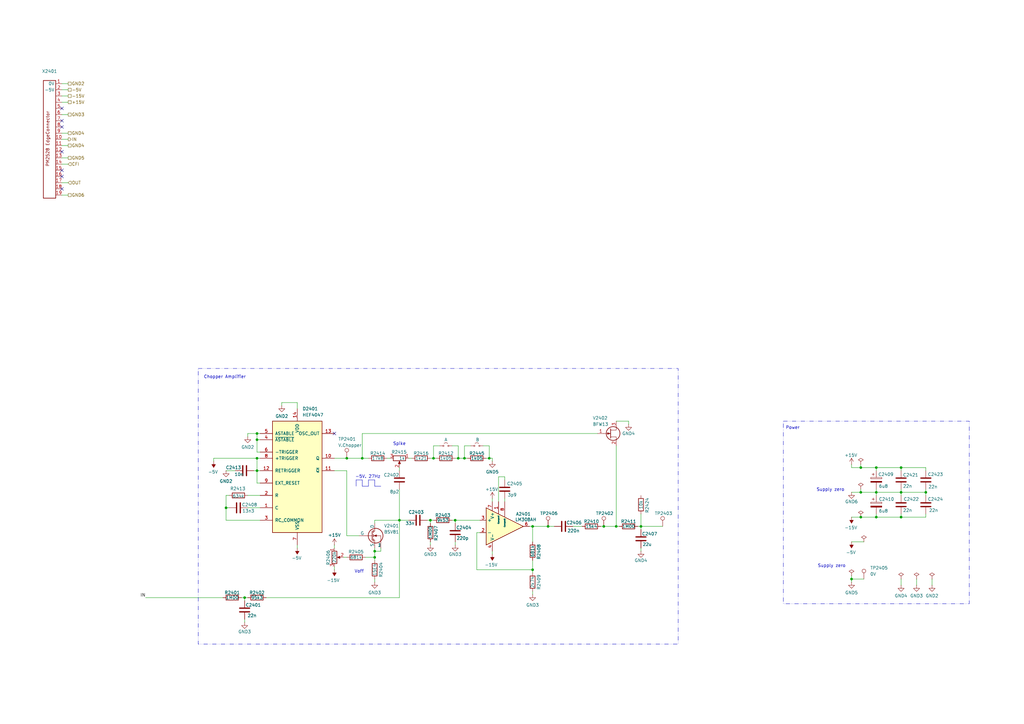
<source format=kicad_sch>
(kicad_sch (version 20250114) (generator "eeschema") (generator_version "9.0")
  (paper "A3")
  (title_block (title "Philips PM2528 - N24 (AC Amplifier)") (date "2025-08-06") (rev "0.1") (company "D. Kupers"))
  (lib_symbols
    (symbol "4xxx:4047" (pin_names (offset 1.016))
      (property "Reference" "U" (at -7.62 24.13 0))
      (property "Value" "4047" (at -7.62 -24.13 0))
      (symbol "4047_1_0"
        (pin input line (at -15.24 17.78 0) (length 5.08) (name "ASTABLE") (number "5"))
        (pin input line (at -15.24 15.24 0) (length 5.08) (name "~{ASTABLE}") (number "4"))
        (pin input line (at -15.24 10.16 0) (length 5.08) (name "-TRIGGER") (number "6"))
        (pin input line (at -15.24 7.62 0) (length 5.08) (name "+TRIGGER") (number "8"))
        (pin input line (at -15.24 2.54 0) (length 5.08) (name "RETRIGGER") (number "12"))
        (pin input line (at -15.24 -2.54 0) (length 5.08) (name "EXT_RESET") (number "9"))
        (pin input line (at -15.24 -7.62 0) (length 5.08) (name "R") (number "2"))
        (pin input line (at -15.24 -12.7 0) (length 5.08) (name "C") (number "1"))
        (pin input line (at -15.24 -17.78 0) (length 5.08) (name "RC_COMMON") (number "3"))
        (pin power_in line (at 0 27.94 270) (length 5.08) (name "VDD") (number "14"))
        (pin power_in line (at 0 -27.94 90) (length 5.08) (name "VSS") (number "7"))
        (pin output line (at 15.24 17.78 180) (length 5.08) (name "OSC_OUT") (number "13"))
        (pin output line (at 15.24 7.62 180) (length 5.08) (name "Q") (number "10"))
        (pin output line (at 15.24 2.54 180) (length 5.08) (name "~{Q}") (number "11"))
      )
      (symbol "4047_1_1"
        (rectangle (start -10.16 22.86) (end 10.16 -22.86) (stroke (width 0.254)) (fill (type background)))
      )
    )
    (symbol "Connector:TestPoint" (pin_numbers (hide yes)) (pin_names (offset 0.762) (hide yes))
      (property "Reference" "TP" (at 0 6.858 0))
      (property "Value" "TestPoint" (at 0 5.08 0))
      (symbol "TestPoint_0_1"
        (circle (center 0 3.302) (radius 0.762))
      )
      (symbol "TestPoint_1_1"
        (pin passive line (at 0 0 90) (length 2.54) (name "1") (number "1"))
      )
    )
    (symbol "Device:C" (pin_numbers (hide yes)) (pin_names (offset 0.254))
      (property "Reference" "C" (at 0.635 2.54 0))
      (property "Value" "C" (at 0.635 -2.54 0))
      (symbol "C_0_1"
        (polyline (pts (xy -2.032 0.762) (xy 2.032 0.762)) (stroke (width 0.508)))
        (polyline (pts (xy -2.032 -0.762) (xy 2.032 -0.762)) (stroke (width 0.508)))
      )
      (symbol "C_1_1"
        (pin passive line (at 0 3.81 270) (length 2.794) (name "~") (number "1"))
        (pin passive line (at 0 -3.81 90) (length 2.794) (name "~") (number "2"))
      )
    )
    (symbol "Device:C_Polarized" (pin_numbers (hide yes)) (pin_names (offset 0.254))
      (property "Reference" "C" (at 0.635 2.54 0))
      (property "Value" "C_Polarized" (at 0.635 -2.54 0))
      (symbol "C_Polarized_0_1"
        (rectangle (start -2.286 0.508) (end 2.286 1.016))
        (polyline (pts (xy -1.778 2.286) (xy -0.762 2.286)))
        (polyline (pts (xy -1.27 2.794) (xy -1.27 1.778)))
        (rectangle (start 2.286 -0.508) (end -2.286 -1.016) (fill (type outline)))
      )
      (symbol "C_Polarized_1_1"
        (pin passive line (at 0 3.81 270) (length 2.794) (name "~") (number "1"))
        (pin passive line (at 0 -3.81 90) (length 2.794) (name "~") (number "2"))
      )
    )
    (symbol "Device:R" (pin_numbers (hide yes)) (pin_names (offset 0))
      (property "Reference" "R" (at 2.032 0 90))
      (property "Value" "R" (at 0 0 90))
      (symbol "R_0_1"
        (rectangle (start -1.016 -2.54) (end 1.016 2.54) (stroke (width 0.254)))
      )
      (symbol "R_1_1"
        (pin passive line (at 0 3.81 270) (length 1.27) (name "~") (number "1"))
        (pin passive line (at 0 -3.81 90) (length 1.27) (name "~") (number "2"))
      )
    )
    (symbol "Device:R_Potentiometer" (pin_names (offset 1.016) (hide yes))
      (property "Reference" "RV" (at -4.445 0 90))
      (property "Value" "R_Potentiometer" (at -2.54 0 90))
      (symbol "R_Potentiometer_0_1"
        (rectangle (start 1.016 2.54) (end -1.016 -2.54) (stroke (width 0.254)))
        (polyline (pts (xy 1.143 0) (xy 2.286 0.508) (xy 2.286 -0.508) (xy 1.143 0)) (fill (type outline)))
        (polyline (pts (xy 2.54 0) (xy 1.524 0)))
      )
      (symbol "R_Potentiometer_1_1"
        (pin passive line (at 0 3.81 270) (length 1.27) (name "1") (number "1"))
        (pin passive line (at 0 -3.81 90) (length 1.27) (name "3") (number "3"))
        (pin passive line (at 3.81 0 180) (length 1.27) (name "2") (number "2"))
      )
    )
    (symbol "Jumper:Jumper_2_Small_Open" (pin_numbers (hide yes)) (pin_names (offset 0) (hide yes))
      (property "Reference" "JP" (at 0 2.794 0))
      (property "Value" "Jumper_2_Small_Open" (at 0 -2.286 0))
      (symbol "Jumper_2_Small_Open_0_0"
        (circle (center -1.016 0) (radius 0.254))
        (circle (center 1.016 0) (radius 0.254))
      )
      (symbol "Jumper_2_Small_Open_0_1"
        (arc (start -0.762 1.0196) (mid 0 1.2729) (end 0.762 1.0196))
      )
      (symbol "Jumper_2_Small_Open_1_1"
        (pin passive line (at -2.54 0 0) (length 1.27) (name "A") (number "1"))
        (pin passive line (at 2.54 0 180) (length 1.27) (name "B") (number "2"))
      )
    )
    (symbol "PM2528:OPAMP_COMPEN"
      (property "Reference" "U" (at 1.27 7.62 0))
      (property "Value" "OPAMP_COMPEN" (at 1.27 5.08 0))
      (symbol "OPAMP_COMPEN_0_1"
        (polyline (pts (xy -7.62 7.62) (xy 7.62 0) (xy -7.62 -7.62) (xy -7.62 7.62)) (stroke (width 0.254)) (fill (type background)))
      )
      (symbol "OPAMP_COMPEN_1_1"
        (pin input line (at -10.16 2.54 0) (length 2.54) (name "+") (number "3"))
        (pin input line (at -10.16 -2.54 0) (length 2.54) (name "-") (number "2"))
        (pin power_in line (at -5.08 10.16 270) (length 3.81) (name "V+") (number "7"))
        (pin power_in line (at -5.08 -10.16 90) (length 3.81) (name "V-") (number "4"))
        (pin input line (at -2.54 10.16 270) (length 5.08) (name "CompenA") (number "1"))
        (pin input line (at 0 10.16 270) (length 6.35) (name "CompenB") (number "8"))
        (pin output line (at 10.16 0 180) (length 2.54) (name "~") (number "6"))
      )
    )
    (symbol "PM2528:PCBEdge_Plugincard"
      (property "Reference" "K" (at -0.508 25.4 0))
      (symbol "PCBEdge_Plugincard_1_1"
        (rectangle (start -2.54 24.13) (end 2.54 -24.13) (stroke (width 0.254)))
        (text "PM2528 EdgeConnector" (at -0.762 0.254 900) (effects (font (size 1.27 1.27))))
        (pin passive line (at 5.08 22.86 180) (length 2.54) (name "0V") (number "1"))
        (pin passive line (at 5.08 20.32 180) (length 2.54) (name "-5V") (number "2"))
        (pin passive line (at 5.08 17.78 180) (length 2.54) (name "") (number "3"))
        (pin passive line (at 5.08 15.24 180) (length 2.54) (name "") (number "4"))
        (pin passive line (at 5.08 12.7 180) (length 2.54) (name "") (number "5"))
        (pin passive line (at 5.08 10.16 180) (length 2.54) (name "") (number "6"))
        (pin passive line (at 5.08 7.62 180) (length 2.54) (name "") (number "7"))
        (pin passive line (at 5.08 5.08 180) (length 2.54) (name "") (number "8"))
        (pin passive line (at 5.08 2.54 180) (length 2.54) (name "") (number "9"))
        (pin passive line (at 5.08 0 180) (length 2.54) (name "") (number "10"))
        (pin passive line (at 5.08 -2.54 180) (length 2.54) (name "") (number "11"))
        (pin passive line (at 5.08 -5.08 180) (length 2.54) (name "") (number "12"))
        (pin passive line (at 5.08 -7.62 180) (length 2.54) (name "") (number "13"))
        (pin passive line (at 5.08 -10.16 180) (length 2.54) (name "") (number "14"))
        (pin passive line (at 5.08 -12.7 180) (length 2.54) (name "") (number "15"))
        (pin passive line (at 5.08 -15.24 180) (length 2.54) (name "") (number "16"))
        (pin passive line (at 5.08 -17.78 180) (length 2.54) (name "") (number "17"))
        (pin passive line (at 5.08 -20.32 180) (length 2.54) (name "") (number "18"))
        (pin passive line (at 5.08 -22.86 180) (length 2.54) (name "") (number "19"))
      )
    )
    (symbol "Simulation_SPICE:NMOS_Substrate" (pin_numbers (hide yes)) (pin_names (offset 0))
      (property "Reference" "Q" (at 6.985 1.27 0))
      (property "Value" "NMOS_Substrate" (at 6.985 -1.27 0))
      (symbol "NMOS_Substrate_0_1"
        (polyline (pts (xy 1.524 1.905) (xy 1.524 -1.905)) (stroke (width 0.254)))
        (polyline (pts (xy 1.524 0) (xy -1.27 0)))
        (polyline (pts (xy 2.032 2.286) (xy 2.032 1.27)) (stroke (width 0.254)))
        (polyline (pts (xy 2.032 1.778) (xy 2.54 1.778) (xy 2.54 2.54)))
        (polyline (pts (xy 2.032 0.508) (xy 2.032 -0.508)) (stroke (width 0.254)))
        (polyline (pts (xy 2.032 -1.27) (xy 2.032 -2.286)) (stroke (width 0.254)))
        (polyline (pts (xy 2.286 0) (xy 3.302 0.381) (xy 3.302 -0.381) (xy 2.286 0)) (fill (type outline)))
        (polyline (pts (xy 2.54 -2.54) (xy 2.54 -1.778) (xy 2.032 -1.778)))
        (circle (center 2.921 0) (radius 3.0294) (stroke (width 0.254)))
        (polyline (pts (xy 5.08 -2.54) (xy 5.08 0) (xy 2.032 0)))
      )
      (symbol "NMOS_Substrate_1_1"
        (pin input line (at -3.81 0 0) (length 2.54) (name "G") (number "2"))
        (pin passive line (at 2.54 5.08 270) (length 2.54) (name "D") (number "1"))
        (pin passive line (at 2.54 -5.08 90) (length 2.54) (name "S") (number "3"))
        (pin input line (at 5.08 -5.08 90) (length 2.54) (name "Bulk") (number "4"))
      )
    )
    (symbol "Transistor_FET:BF245C" (pin_names (hide yes))
      (property "Reference" "Q" (at 5.08 1.905 0))
      (property "Value" "BF245C" (at 5.08 0 0))
      (symbol "BF245C_0_1"
        (polyline (pts (xy 0 0) (xy -1.016 0.381) (xy -1.016 -0.381) (xy 0 0)) (fill (type outline)))
        (polyline (pts (xy 0.254 1.905) (xy 0.254 -1.905)) (stroke (width 0.254)))
        (polyline (pts (xy 0.254 0) (xy -2.54 0)))
        (circle (center 1.27 0) (radius 2.8194) (stroke (width 0.254)))
        (polyline (pts (xy 2.54 2.54) (xy 2.54 1.397) (xy 0.254 1.397)))
        (polyline (pts (xy 2.54 -2.54) (xy 2.54 -1.397) (xy 0.254 -1.397)))
      )
      (symbol "BF245C_1_1"
        (pin input line (at -5.08 0 0) (length 2.54) (name "G") (number "1"))
        (pin passive line (at 2.54 5.08 270) (length 2.54) (name "D") (number "3"))
        (pin passive line (at 2.54 -5.08 90) (length 2.54) (name "S") (number "2"))
      )
    )
    (symbol "power:+15V" (power) (pin_numbers (hide yes)) (pin_names (offset 0) (hide yes))
      (property "Value" "+15V" (at 0 3.556 0))
      (symbol "+15V_0_1"
        (polyline (pts (xy -0.762 1.27) (xy 0 2.54)))
        (polyline (pts (xy 0 2.54) (xy 0.762 1.27)))
        (polyline (pts (xy 0 0) (xy 0 2.54)))
      )
      (symbol "+15V_1_1"
        (pin power_in line (at 0 0 90) (length 0) (name "~") (number "1"))
      )
    )
    (symbol "power:-15V" (power) (pin_numbers (hide yes)) (pin_names (offset 0) (hide yes))
      (property "Value" "-15V" (at 0 3.556 0))
      (symbol "-15V_0_0"
        (pin power_in line (at 0 0 90) (length 0) (name "~") (number "1"))
      )
      (symbol "-15V_0_1"
        (polyline (pts (xy 0 0) (xy 0 1.27) (xy 0.762 1.27) (xy 0 2.54) (xy -0.762 1.27) (xy 0 1.27)) (fill (type outline)))
      )
    )
    (symbol "power:-5V" (power) (pin_numbers (hide yes)) (pin_names (offset 0) (hide yes))
      (property "Value" "-5V" (at 0 3.556 0))
      (symbol "-5V_0_0"
        (pin power_in line (at 0 0 90) (length 0) (name "~") (number "1"))
      )
      (symbol "-5V_0_1"
        (polyline (pts (xy 0 0) (xy 0 1.27) (xy 0.762 1.27) (xy 0 2.54) (xy -0.762 1.27) (xy 0 1.27)) (fill (type outline)))
      )
    )
    (symbol "power:GND" (power) (pin_numbers (hide yes)) (pin_names (offset 0) (hide yes))
      (property "Value" "GND" (at 0 -3.81 0))
      (symbol "GND_0_1"
        (polyline (pts (xy 0 0) (xy 0 -1.27) (xy 1.27 -1.27) (xy 0 -2.54) (xy -1.27 -1.27) (xy 0 -1.27)))
      )
      (symbol "GND_1_1"
        (pin power_in line (at 0 0 270) (length 0) (name "~") (number "1"))
      )
    )
    (symbol "power:GND2" (power) (pin_numbers (hide yes)) (pin_names (offset 0) (hide yes))
      (property "Value" "GND2" (at 0 -3.81 0))
      (symbol "GND2_0_1"
        (polyline (pts (xy 0 0) (xy 0 -1.27) (xy 1.27 -1.27) (xy 0 -2.54) (xy -1.27 -1.27) (xy 0 -1.27)))
      )
      (symbol "GND2_1_1"
        (pin power_in line (at 0 0 270) (length 0) (name "~") (number "1"))
      )
    )
    (symbol "power:GND3" (power) (pin_numbers (hide yes)) (pin_names (offset 0) (hide yes))
      (property "Value" "GND3" (at 0 -3.81 0))
      (symbol "GND3_0_1"
        (polyline (pts (xy 0 0) (xy 0 -1.27) (xy 1.27 -1.27) (xy 0 -2.54) (xy -1.27 -1.27) (xy 0 -1.27)))
      )
      (symbol "GND3_1_1"
        (pin power_in line (at 0 0 270) (length 0) (name "~") (number "1"))
      )
    )
    (symbol "power:PWR_FLAG" (power) (pin_numbers (hide yes)) (pin_names (offset 0) (hide yes))
      (property "Value" "PWR_FLAG" (at 0 3.81 0))
      (symbol "PWR_FLAG_0_0"
        (pin power_out line (at 0 0 90) (length 0) (name "~") (number "1"))
      )
      (symbol "PWR_FLAG_0_1"
        (polyline (pts (xy 0 0) (xy 0 1.27) (xy -1.016 1.905) (xy 0 2.54) (xy 1.016 1.905) (xy 0 1.27)))
      )
    )
  )
  (rectangle (start 81.28 151.13) (end 278.13 264.16) (stroke (width 0) (type dash_dot_dot)))
  (rectangle (start 321.31 172.72) (end 397.51 247.65) (stroke (width 0) (type dash_dot_dot)))
  (text "Power" (at 325.12 175.514 0) (effects (font (size 1.27 1.27))))
  (text "-5V. 27Hz" (at 150.876 195.58 0) (effects (font (size 1.27 1.27))))
  (text "Voff" (at 147.32 234.442 0) (effects (font (size 1.27 1.27))))
  (text "Supply zero" (at 341.122 232.156 0) (effects (font (size 1.27 1.27))))
  (text "Spike" (at 163.83 182.118 0) (effects (font (size 1.27 1.27))))
  (text "Chopper Amplifier" (at 92.202 154.686 0) (effects (font (size 1.27 1.27))))
  (text "Supply zero" (at 340.614 200.914 0) (effects (font (size 1.27 1.27))))
  (junction (at 252.73 215.9))
  (junction (at 359.41 212.09))
  (junction (at 359.41 191.77))
  (junction (at 353.06 191.77))
  (junction (at 105.41 177.8))
  (junction (at 177.8 187.96))
  (junction (at 100.33 245.11))
  (junction (at 176.53 213.36))
  (junction (at 359.41 201.93))
  (junction (at 105.41 180.34))
  (junction (at 218.44 215.9))
  (junction (at 190.5 187.96))
  (junction (at 369.57 191.77))
  (junction (at 105.41 193.04))
  (junction (at 105.41 187.96))
  (junction (at 186.69 213.36))
  (junction (at 353.06 201.93))
  (junction (at 369.57 201.93))
  (junction (at 218.44 233.68))
  (junction (at 369.57 212.09))
  (junction (at 163.83 213.36))
  (junction (at 187.96 187.96))
  (junction (at 262.89 215.9))
  (junction (at 92.71 208.28))
  (junction (at 200.66 187.96))
  (junction (at 142.24 187.96))
  (junction (at 349.25 237.49))
  (junction (at 353.06 212.09))
  (junction (at 153.67 226.06))
  (junction (at 224.79 215.9))
  (junction (at 148.59 187.96))
  (junction (at 247.65 215.9))
  (junction (at 153.67 228.6))
  (junction (at 379.73 201.93))
  (no_connect (at 25.4 77.47))
  (no_connect (at 137.16 177.8))
  (no_connect (at 25.4 62.23))
  (no_connect (at 25.4 69.85))
  (no_connect (at 25.4 49.53))
  (no_connect (at 25.4 72.39))
  (no_connect (at 25.4 52.07))
  (no_connect (at 25.4 44.45))
  (wire (pts (xy 247.65 215.9) (xy 252.73 215.9)))
  (wire (pts (xy 153.67 228.6) (xy 153.67 229.87)))
  (wire (pts (xy 359.41 191.77) (xy 369.57 191.77)))
  (wire (pts (xy 204.47 205.74) (xy 204.47 195.58)))
  (wire (pts (xy 180.34 182.88) (xy 177.8 182.88)))
  (wire (pts (xy 207.01 204.47) (xy 207.01 205.74)))
  (wire (pts (xy 201.93 187.96) (xy 200.66 187.96)))
  (wire (pts (xy 87.63 187.96) (xy 87.63 189.23)))
  (wire (pts (xy 105.41 185.42) (xy 106.68 185.42)))
  (wire (pts (xy 193.04 182.88) (xy 190.5 182.88)))
  (wire (pts (xy 185.42 182.88) (xy 187.96 182.88)))
  (wire (pts (xy 262.89 210.82) (xy 262.89 215.9)))
  (wire (pts (xy 25.4 41.91) (xy 27.94 41.91)))
  (wire (pts (xy 163.83 213.36) (xy 167.64 213.36)))
  (wire (pts (xy 176.53 213.36) (xy 176.53 214.63)))
  (wire (pts (xy 153.67 237.49) (xy 153.67 238.76)))
  (wire (pts (xy 369.57 191.77) (xy 369.57 193.04)))
  (wire (pts (xy 200.66 187.96) (xy 199.39 187.96)))
  (wire (pts (xy 115.57 165.1) (xy 121.92 165.1)))
  (wire (pts (xy 153.67 214.63) (xy 153.67 213.36)))
  (wire (pts (xy 218.44 215.9) (xy 224.79 215.9)))
  (wire (pts (xy 25.4 36.83) (xy 27.94 36.83)))
  (wire (pts (xy 92.71 208.28) (xy 92.71 203.2)))
  (wire (pts (xy 201.93 226.06) (xy 201.93 227.33)))
  (wire (pts (xy 195.58 218.44) (xy 195.58 233.68)))
  (wire (pts (xy 101.6 177.8) (xy 101.6 179.07)))
  (wire (pts (xy 186.69 213.36) (xy 186.69 214.63)))
  (wire (pts (xy 252.73 215.9) (xy 254 215.9)))
  (wire (pts (xy 167.64 187.96) (xy 168.91 187.96)))
  (wire (pts (xy 105.41 198.12) (xy 105.41 193.04)))
  (wire (pts (xy 359.41 201.93) (xy 369.57 201.93)))
  (wire (pts (xy 379.73 212.09) (xy 369.57 212.09)))
  (wire (pts (xy 246.38 215.9) (xy 247.65 215.9)))
  (wire (pts (xy 379.73 201.93) (xy 379.73 203.2)))
  (wire (pts (xy 369.57 212.09) (xy 359.41 212.09)))
  (polyline (pts (xy 151.13 196.85) (xy 153.67 196.85)))
  (wire (pts (xy 91.44 245.11) (xy 59.69 245.11)))
  (wire (pts (xy 121.92 223.52) (xy 121.92 224.79)))
  (wire (pts (xy 104.14 193.04) (xy 105.41 193.04)))
  (wire (pts (xy 176.53 187.96) (xy 177.8 187.96)))
  (wire (pts (xy 140.97 228.6) (xy 142.24 228.6)))
  (wire (pts (xy 156.21 226.06) (xy 153.67 226.06)))
  (wire (pts (xy 252.73 182.88) (xy 252.73 215.9)))
  (wire (pts (xy 100.33 254) (xy 100.33 255.27)))
  (wire (pts (xy 349.25 212.09) (xy 353.06 212.09)))
  (wire (pts (xy 359.41 200.66) (xy 359.41 201.93)))
  (wire (pts (xy 105.41 177.8) (xy 101.6 177.8)))
  (wire (pts (xy 92.71 193.04) (xy 96.52 193.04)))
  (wire (pts (xy 92.71 203.2) (xy 93.98 203.2)))
  (polyline (pts (xy 153.67 199.39) (xy 156.21 199.39)))
  (wire (pts (xy 204.47 195.58) (xy 207.01 195.58)))
  (wire (pts (xy 105.41 177.8) (xy 105.41 180.34)))
  (wire (pts (xy 359.41 201.93) (xy 359.41 203.2)))
  (wire (pts (xy 176.53 222.25) (xy 176.53 223.52)))
  (wire (pts (xy 224.79 215.9) (xy 227.33 215.9)))
  (wire (pts (xy 382.27 237.49) (xy 382.27 240.03)))
  (wire (pts (xy 93.98 208.28) (xy 92.71 208.28)))
  (wire (pts (xy 105.41 180.34) (xy 105.41 185.42)))
  (wire (pts (xy 190.5 182.88) (xy 190.5 187.96)))
  (wire (pts (xy 99.06 245.11) (xy 100.33 245.11)))
  (wire (pts (xy 153.67 226.06) (xy 153.67 228.6)))
  (wire (pts (xy 142.24 219.71) (xy 147.32 219.71)))
  (wire (pts (xy 353.06 212.09) (xy 359.41 212.09)))
  (wire (pts (xy 25.4 46.99) (xy 27.94 46.99)))
  (wire (pts (xy 25.4 80.01) (xy 27.94 80.01)))
  (wire (pts (xy 101.6 208.28) (xy 106.68 208.28)))
  (wire (pts (xy 105.41 187.96) (xy 87.63 187.96)))
  (wire (pts (xy 353.06 201.93) (xy 359.41 201.93)))
  (wire (pts (xy 176.53 213.36) (xy 177.8 213.36)))
  (wire (pts (xy 379.73 191.77) (xy 379.73 193.04)))
  (wire (pts (xy 163.83 191.77) (xy 163.83 193.04)))
  (wire (pts (xy 137.16 232.41) (xy 137.16 233.68)))
  (wire (pts (xy 158.75 187.96) (xy 160.02 187.96)))
  (wire (pts (xy 109.22 245.11) (xy 163.83 245.11)))
  (wire (pts (xy 142.24 193.04) (xy 137.16 193.04)))
  (wire (pts (xy 353.06 191.77) (xy 359.41 191.77)))
  (wire (pts (xy 105.41 180.34) (xy 106.68 180.34)))
  (wire (pts (xy 177.8 182.88) (xy 177.8 187.96)))
  (wire (pts (xy 186.69 187.96) (xy 187.96 187.96)))
  (wire (pts (xy 201.93 204.47) (xy 201.93 205.74)))
  (wire (pts (xy 100.33 245.11) (xy 100.33 246.38)))
  (wire (pts (xy 25.4 34.29) (xy 27.94 34.29)))
  (wire (pts (xy 25.4 64.77) (xy 27.94 64.77)))
  (wire (pts (xy 379.73 210.82) (xy 379.73 212.09)))
  (wire (pts (xy 100.33 245.11) (xy 101.6 245.11)))
  (wire (pts (xy 190.5 187.96) (xy 191.77 187.96)))
  (wire (pts (xy 262.89 215.9) (xy 262.89 217.17)))
  (wire (pts (xy 186.69 222.25) (xy 186.69 223.52)))
  (wire (pts (xy 106.68 213.36) (xy 92.71 213.36)))
  (wire (pts (xy 353.06 200.66) (xy 353.06 201.93)))
  (wire (pts (xy 186.69 213.36) (xy 196.85 213.36)))
  (wire (pts (xy 349.25 237.49) (xy 349.25 238.76)))
  (polyline (pts (xy 151.13 199.39) (xy 151.13 196.85)))
  (wire (pts (xy 379.73 200.66) (xy 379.73 201.93)))
  (wire (pts (xy 25.4 39.37) (xy 27.94 39.37)))
  (wire (pts (xy 142.24 193.04) (xy 142.24 219.71)))
  (wire (pts (xy 163.83 200.66) (xy 163.83 213.36)))
  (wire (pts (xy 148.59 177.8) (xy 148.59 187.96)))
  (wire (pts (xy 105.41 193.04) (xy 105.41 187.96)))
  (wire (pts (xy 369.57 201.93) (xy 379.73 201.93)))
  (wire (pts (xy 252.73 172.72) (xy 257.81 172.72)))
  (wire (pts (xy 105.41 187.96) (xy 106.68 187.96)))
  (wire (pts (xy 177.8 187.96) (xy 179.07 187.96)))
  (wire (pts (xy 25.4 74.93) (xy 27.94 74.93)))
  (polyline (pts (xy 153.67 196.85) (xy 153.67 199.39)))
  (wire (pts (xy 359.41 191.77) (xy 359.41 193.04)))
  (wire (pts (xy 106.68 177.8) (xy 105.41 177.8)))
  (wire (pts (xy 187.96 182.88) (xy 187.96 187.96)))
  (wire (pts (xy 218.44 242.57) (xy 218.44 243.84)))
  (wire (pts (xy 106.68 198.12) (xy 105.41 198.12)))
  (wire (pts (xy 349.25 201.93) (xy 353.06 201.93)))
  (wire (pts (xy 148.59 187.96) (xy 151.13 187.96)))
  (wire (pts (xy 262.89 224.79) (xy 262.89 226.06)))
  (wire (pts (xy 261.62 215.9) (xy 262.89 215.9)))
  (wire (pts (xy 137.16 223.52) (xy 137.16 224.79)))
  (wire (pts (xy 369.57 210.82) (xy 369.57 212.09)))
  (wire (pts (xy 101.6 203.2) (xy 106.68 203.2)))
  (wire (pts (xy 25.4 59.69) (xy 27.94 59.69)))
  (wire (pts (xy 200.66 182.88) (xy 200.66 187.96)))
  (wire (pts (xy 106.68 193.04) (xy 105.41 193.04)))
  (wire (pts (xy 201.93 189.23) (xy 201.93 187.96)))
  (wire (pts (xy 25.4 57.15) (xy 27.94 57.15)))
  (wire (pts (xy 207.01 195.58) (xy 207.01 196.85)))
  (wire (pts (xy 121.92 165.1) (xy 121.92 167.64)))
  (wire (pts (xy 353.06 190.5) (xy 353.06 191.77)))
  (wire (pts (xy 218.44 229.87) (xy 218.44 233.68)))
  (wire (pts (xy 25.4 54.61) (xy 27.94 54.61)))
  (wire (pts (xy 369.57 200.66) (xy 369.57 201.93)))
  (wire (pts (xy 25.4 67.31) (xy 27.94 67.31)))
  (wire (pts (xy 218.44 233.68) (xy 218.44 234.95)))
  (wire (pts (xy 349.25 191.77) (xy 353.06 191.77)))
  (wire (pts (xy 349.25 190.5) (xy 349.25 191.77)))
  (wire (pts (xy 359.41 210.82) (xy 359.41 212.09)))
  (polyline (pts (xy 148.59 196.85) (xy 148.59 199.39)))
  (wire (pts (xy 187.96 187.96) (xy 190.5 187.96)))
  (wire (pts (xy 369.57 191.77) (xy 379.73 191.77)))
  (wire (pts (xy 92.71 208.28) (xy 92.71 213.36)))
  (wire (pts (xy 349.25 222.25) (xy 354.33 222.25)))
  (wire (pts (xy 185.42 213.36) (xy 186.69 213.36)))
  (wire (pts (xy 198.12 182.88) (xy 200.66 182.88)))
  (wire (pts (xy 149.86 228.6) (xy 153.67 228.6)))
  (wire (pts (xy 217.17 215.9) (xy 218.44 215.9)))
  (wire (pts (xy 153.67 224.79) (xy 153.67 226.06)))
  (wire (pts (xy 115.57 166.37) (xy 115.57 165.1)))
  (wire (pts (xy 196.85 218.44) (xy 195.58 218.44)))
  (wire (pts (xy 175.26 213.36) (xy 176.53 213.36)))
  (wire (pts (xy 369.57 201.93) (xy 369.57 203.2)))
  (wire (pts (xy 369.57 237.49) (xy 369.57 240.03)))
  (wire (pts (xy 271.78 215.9) (xy 262.89 215.9)))
  (polyline (pts (xy 148.59 199.39) (xy 151.13 199.39)))
  (wire (pts (xy 218.44 215.9) (xy 218.44 222.25)))
  (wire (pts (xy 156.21 224.79) (xy 156.21 226.06)))
  (wire (pts (xy 137.16 187.96) (xy 142.24 187.96)))
  (wire (pts (xy 163.83 245.11) (xy 163.83 213.36)))
  (polyline (pts (xy 146.05 196.85) (xy 148.59 196.85)))
  (wire (pts (xy 349.25 236.22) (xy 349.25 237.49)))
  (wire (pts (xy 245.11 177.8) (xy 148.59 177.8)))
  (wire (pts (xy 153.67 213.36) (xy 163.83 213.36)))
  (wire (pts (xy 195.58 233.68) (xy 218.44 233.68)))
  (wire (pts (xy 142.24 187.96) (xy 148.59 187.96)))
  (wire (pts (xy 234.95 215.9) (xy 238.76 215.9)))
  (wire (pts (xy 375.92 237.49) (xy 375.92 240.03)))
  (polyline (pts (xy 146.05 199.39) (xy 146.05 196.85)))
  (wire (pts (xy 349.25 237.49) (xy 354.33 237.49)))
  (wire (pts (xy 257.81 172.72) (xy 257.81 173.99)))
  (label "IN" (at 59.69 245.11 180))
  (hierarchical_label "-15V" (shape passive) (at 27.94 39.37 0))
  (hierarchical_label "-5V" (shape passive) (at 27.94 36.83 0))
  (hierarchical_label "GND2" (shape passive) (at 27.94 34.29 0))
  (hierarchical_label "GND4" (shape passive) (at 27.94 54.61 0))
  (hierarchical_label "GND3" (shape passive) (at 27.94 46.99 0))
  (hierarchical_label "IN" (shape output) (at 27.94 57.15 0))
  (hierarchical_label "GND6" (shape passive) (at 27.94 80.01 0))
  (hierarchical_label "GND5" (shape passive) (at 27.94 64.77 0))
  (hierarchical_label "OUT" (shape input) (at 27.94 74.93 0))
  (hierarchical_label "GND4" (shape passive) (at 27.94 59.69 0))
  (hierarchical_label "+15V" (shape passive) (at 27.94 41.91 0))
  (hierarchical_label "CFI" (shape input) (at 27.94 67.31 0))
  (symbol (lib_id "power:GND2") (at 153.67 238.76 0) (unit 1)
    (property "Reference" "#PWR013" (effects (hide yes)))
    (property "Value" "GND3" (at 153.67 243.078 0))
    (property "Description" "Power symbol creates a global label with name \"GND2\" , ground" (effects (hide yes)))
  )
  (symbol (lib_id "power:PWR_FLAG") (at 353.06 212.09 0) (unit 1)
    (property "Reference" "#FLG03" (effects (hide yes)))
    (property "Value" "PWR_FLAG" (effects (hide yes)))
    (property "Description" "Special symbol for telling ERC where power comes from" (effects (hide yes)))
  )
  (symbol (lib_id "power:-5V") (at 349.25 222.25 180) (unit 1)
    (property "Reference" "#PWR03" (effects (hide yes)))
    (property "Value" "-5V" (at 348.996 226.568 0))
    (property "Description" "Power symbol creates a global label with name \"-5V\"" (effects (hide yes)))
  )
  (symbol (lib_id "Device:C") (at 262.89 220.98 0) (unit 1)
    (property "Reference" "C2407" (at 266.446 218.948 0))
    (property "Value" "22u" (at 265.43 223.266 0))
    (property "Description" "Unpolarized capacitor" (effects (hide yes)))
  )
  (symbol (lib_id "power:GND") (at 349.25 238.76 0) (unit 1)
    (property "Reference" "#PWR05" (effects (hide yes)))
    (property "Value" "GND5" (at 349.25 243.078 0))
    (property "Description" "Power symbol creates a global label with name \"GND\" , ground" (effects (hide yes)))
  )
  (symbol (lib_id "PM2528:PCBEdge_Plugincard") (at 20.32 57.15 0) (unit 1)
    (property "Reference" "X2401" (at 20.32 29.21 0))
    (property "Footprint" "PM2528:PM2528_RiserCardConnector" (effects (hide yes)))
  )
  (symbol (lib_id "Device:R") (at 172.72 187.96 90) (unit 1)
    (property "Reference" "R2416" (at 172.72 185.928 90))
    (property "Value" "1k21" (at 172.72 187.96 90))
    (property "Description" "Resistor" (effects (hide yes)))
  )
  (symbol (lib_id "Device:R") (at 176.53 218.44 180) (unit 1)
    (property "Reference" "R2407" (at 178.816 218.694 90))
    (property "Value" "1M00" (at 176.53 218.44 90))
    (property "Description" "Resistor" (effects (hide yes)))
  )
  (symbol (lib_id "Connector:TestPoint") (at 271.78 215.9 0) (unit 1)
    (property "Reference" "TP2403" (at 268.478 210.566 0) (effects (justify left)))
    (property "Footprint" "Connector_Pin:Pin_D0.9mm_L10.0mm_W2.4mm_FlatFork" (effects (hide yes)))
    (property "Description" "test point" (effects (hide yes)))
  )
  (symbol (lib_id "power:GND") (at 382.27 240.03 0) (unit 1)
    (property "Reference" "#PWR017" (effects (hide yes)))
    (property "Value" "GND2" (at 382.27 244.348 0))
    (property "Description" "Power symbol creates a global label with name \"GND\" , ground" (effects (hide yes)))
  )
  (symbol (lib_id "Connector:TestPoint") (at 224.79 215.9 0) (unit 1)
    (property "Reference" "TP2406" (at 221.488 210.566 0) (effects (justify left)))
    (property "Value" "AC_RMS?" (effects (hide yes)))
    (property "Footprint" "Connector_Pin:Pin_D0.9mm_L10.0mm_W2.4mm_FlatFork" (effects (hide yes)))
    (property "Description" "test point" (effects (hide yes)))
  )
  (symbol (lib_id "Device:C") (at 379.73 196.85 0) (unit 1)
    (property "Reference" "C2423" (at 380.492 194.564 0) (effects (justify left)))
    (property "Value" "22n" (at 380.746 199.644 0) (effects (justify left)))
    (property "Description" "Unpolarized capacitor" (effects (hide yes)))
  )
  (symbol (lib_id "power:PWR_FLAG") (at 353.06 190.5 0) (unit 1)
    (property "Reference" "#FLG01" (effects (hide yes)))
    (property "Value" "PWR_FLAG" (effects (hide yes)))
    (property "Description" "Special symbol for telling ERC where power comes from" (effects (hide yes)))
  )
  (symbol (lib_id "Device:R") (at 195.58 187.96 90) (unit 1)
    (property "Reference" "R2445" (at 195.58 185.928 90))
    (property "Value" "1k05" (at 195.58 187.96 90))
    (property "Description" "Resistor" (effects (hide yes)))
  )
  (symbol (lib_id "power:-15V") (at 137.16 233.68 180) (unit 1)
    (property "Reference" "#PWR012" (effects (hide yes)))
    (property "Value" "-15V" (at 136.652 237.998 0))
    (property "Description" "Power symbol creates a global label with name \"-15V\"" (effects (hide yes)))
  )
  (symbol (lib_id "Device:R") (at 242.57 215.9 90) (unit 1)
    (property "Reference" "R2410" (at 242.57 213.868 90))
    (property "Value" "15k4" (at 242.57 215.9 90))
    (property "Description" "Resistor" (effects (hide yes)))
  )
  (symbol (lib_id "Device:R_Potentiometer") (at 137.16 228.6 0) (unit 1)
    (property "Reference" "R2406" (at 134.62 225.552 90) (effects (justify right)))
    (property "Value" "220k" (at 137.16 226.06 90) (effects (justify right)))
    (property "Footprint" "PM2528:Trimmer vertical" (effects (hide yes)))
    (property "Description" "Potentiometer" (effects (hide yes)))
  )
  (symbol (lib_id "power:-5V") (at 87.63 189.23 180) (unit 1)
    (property "Reference" "#PWR09" (effects (hide yes)))
    (property "Value" "-5V" (at 87.376 193.548 0))
    (property "Description" "Power symbol creates a global label with name \"-5V\"" (effects (hide yes)))
  )
  (symbol (lib_id "Simulation_SPICE:NMOS_Substrate") (at 151.13 219.71 0) (unit 1)
    (property "Reference" "V2401" (at 157.48 215.646 0) (effects (justify left)))
    (property "Value" "BSV81" (at 157.48 218.186 0) (effects (justify left)))
    (property "Footprint" "Package_TO_SOT_THT:TO-72-4" (effects (hide yes)))
    (property "Datasheet" "https://ngspice.sourceforge.io/docs/ngspice-html-manual/manual.xhtml#cha_MOSFETs" (effects (hide yes)))
    (property "Description" "N-channel MOSFET symbol with substrate (bulk) pin" (effects (hide yes)))
    (property "Sim.Device" "NMOS" (effects (hide yes)))
    (property "Sim.Type" "MOS1" (effects (hide yes)))
    (property "Sim.Pins" "1=D 2=G 3=S 4=B" (effects (hide yes)))
  )
  (symbol (lib_id "Device:R") (at 257.81 215.9 90) (unit 1)
    (property "Reference" "R2411" (at 257.81 213.868 90))
    (property "Value" "1M00" (at 257.81 215.9 90))
    (property "Description" "Resistor" (effects (hide yes)))
  )
  (symbol (lib_id "power:GND") (at 375.92 240.03 0) (unit 1)
    (property "Reference" "#PWR07" (effects (hide yes)))
    (property "Value" "GND3" (at 375.92 244.348 0))
    (property "Description" "Power symbol creates a global label with name \"GND\" , ground" (effects (hide yes)))
  )
  (symbol (lib_id "power:GND2") (at 186.69 223.52 0) (unit 1)
    (property "Reference" "#PWR021" (effects (hide yes)))
    (property "Value" "GND3" (at 186.69 227.33 0))
    (property "Description" "Power symbol creates a global label with name \"GND2\" , ground" (effects (hide yes)))
  )
  (symbol (lib_id "power:+15V") (at 349.25 190.5 0) (unit 1)
    (property "Reference" "#PWR01" (effects (hide yes)))
    (property "Value" "+15V" (at 348.996 186.69 0))
    (property "Description" "Power symbol creates a global label with name \"+15V\"" (effects (hide yes)))
  )
  (symbol (lib_id "Device:R") (at 105.41 245.11 90) (unit 1)
    (property "Reference" "R2402" (at 105.41 243.078 90))
    (property "Value" "95k3" (at 105.41 245.11 90))
    (property "Description" "Resistor" (effects (hide yes)))
  )
  (symbol (lib_id "power:GND2") (at 257.81 173.99 0) (unit 1)
    (property "Reference" "#PWR018" (effects (hide yes)))
    (property "Value" "GND4" (at 257.81 177.8 0))
    (property "Description" "Power symbol creates a global label with name \"GND2\" , ground" (effects (hide yes)))
  )
  (symbol (lib_id "power:GND2") (at 100.33 255.27 0) (unit 1)
    (property "Reference" "#PWR025" (effects (hide yes)))
    (property "Value" "GND3" (at 100.33 259.08 0))
    (property "Description" "Power symbol creates a global label with name \"GND2\" , ground" (effects (hide yes)))
  )
  (symbol (lib_id "power:PWR_FLAG") (at 375.92 237.49 0) (unit 1)
    (property "Reference" "#FLG07" (effects (hide yes)))
    (property "Value" "PWR_FLAG" (effects (hide yes)))
    (property "Description" "Special symbol for telling ERC where power comes from" (effects (hide yes)))
  )
  (symbol (lib_id "Device:C") (at 97.79 208.28 270) (unit 1)
    (property "Reference" "C2408" (at 102.362 207.01 90))
    (property "Value" "13n3" (at 101.854 209.55 90))
    (property "Description" "Unpolarized capacitor" (effects (hide yes)))
  )
  (symbol (lib_id "power:GND") (at 369.57 240.03 0) (unit 1)
    (property "Reference" "#PWR06" (effects (hide yes)))
    (property "Value" "GND4" (at 369.57 244.348 0))
    (property "Description" "Power symbol creates a global label with name \"GND\" , ground" (effects (hide yes)))
  )
  (symbol (lib_id "power:GND3") (at 349.25 201.93 0) (unit 1)
    (property "Reference" "#PWR04" (effects (hide yes)))
    (property "Value" "GND6" (at 349.25 205.74 0))
    (property "Description" "Power symbol creates a global label with name \"GND3\" , ground" (effects (hide yes)))
  )
  (symbol (lib_id "power:PWR_FLAG") (at 354.33 222.25 0) (unit 1)
    (property "Reference" "#FLG04" (effects (hide yes)))
    (property "Value" "PWR_FLAG" (effects (hide yes)))
    (property "Description" "Special symbol for telling ERC where power comes from" (effects (hide yes)))
  )
  (symbol (lib_id "Jumper:Jumper_2_Small_Open") (at 195.58 182.88 0) (unit 1)
    (property "Reference" "JP2402" (effects (hide yes)))
    (property "Value" "B" (at 195.834 180.34 0))
    (property "Footprint" "TestPoint:TestPoint_Bridge_Pitch5.08mm_Drill0.7mm" (effects (hide yes)))
    (property "Description" "Jumper, 2-pole, small symbol, open" (effects (hide yes)))
  )
  (symbol (lib_id "Device:R") (at 218.44 226.06 180) (unit 1)
    (property "Reference" "R2408" (at 220.98 226.314 90))
    (property "Value" "681k" (at 218.44 226.06 90))
    (property "Description" "Resistor" (effects (hide yes)))
  )
  (symbol (lib_id "power:GND2") (at 115.57 166.37 0) (unit 1)
    (property "Reference" "#PWR016" (effects (hide yes)))
    (property "Value" "GND2" (at 115.57 170.688 0))
    (property "Description" "Power symbol creates a global label with name \"GND2\" , ground" (effects (hide yes)))
  )
  (symbol (lib_id "power:PWR_FLAG") (at 382.27 237.49 0) (unit 1)
    (property "Reference" "#FLG08" (effects (hide yes)))
    (property "Value" "PWR_FLAG" (effects (hide yes)))
    (property "Description" "Special symbol for telling ERC where power comes from" (effects (hide yes)))
  )
  (symbol (lib_id "Device:R") (at 181.61 213.36 90) (unit 1)
    (property "Reference" "R2403" (at 181.61 211.328 90))
    (property "Value" "9k53" (at 181.61 213.36 90))
    (property "Description" "Resistor" (effects (hide yes)))
  )
  (symbol (lib_id "Device:C_Polarized") (at 359.41 207.01 0) (unit 1)
    (property "Reference" "C2410" (at 360.426 204.724 0) (effects (justify left)))
    (property "Value" "6u8" (at 360.426 209.55 0) (effects (justify left)))
    (property "Description" "Polarized capacitor" (effects (hide yes)))
  )
  (symbol (lib_id "power:GND2") (at 176.53 223.52 0) (unit 1)
    (property "Reference" "#PWR020" (effects (hide yes)))
    (property "Value" "GND3" (at 176.53 227.33 0))
    (property "Description" "Power symbol creates a global label with name \"GND2\" , ground" (effects (hide yes)))
  )
  (symbol (lib_id "Device:R") (at 146.05 228.6 270) (unit 1)
    (property "Reference" "R2405" (at 146.05 226.314 90))
    (property "Value" "681k" (at 146.05 228.6 90))
    (property "Description" "Resistor" (effects (hide yes)))
  )
  (symbol (lib_id "power:GND2") (at 218.44 243.84 0) (unit 1)
    (property "Reference" "#PWR019" (effects (hide yes)))
    (property "Value" "GND3" (at 218.44 248.158 0))
    (property "Description" "Power symbol creates a global label with name \"GND2\" , ground" (effects (hide yes)))
  )
  (symbol (lib_id "Device:R_Potentiometer") (at 163.83 187.96 270) (unit 1)
    (property "Reference" "R2415" (at 166.878 185.42 90) (effects (justify right)))
    (property "Value" "1k" (at 166.116 187.96 90) (effects (justify right)))
    (property "Footprint" "PM2528:Trimmer vertical" (effects (hide yes)))
    (property "Description" "Potentiometer" (effects (hide yes)))
  )
  (symbol (lib_id "Connector:TestPoint") (at 142.24 187.96 0) (unit 1)
    (property "Reference" "TP2401" (at 138.684 180.086 0) (effects (justify left)))
    (property "Value" "V.Chopper" (at 138.684 182.626 0) (effects (justify left)))
    (property "Footprint" "Connector_Pin:Pin_D0.9mm_L10.0mm_W2.4mm_FlatFork" (effects (hide yes)))
    (property "Description" "test point" (effects (hide yes)))
  )
  (symbol (lib_id "Device:R") (at 154.94 187.96 90) (unit 1)
    (property "Reference" "R2414" (at 154.94 185.928 90))
    (property "Value" "17k8" (at 154.94 187.96 90))
    (property "Description" "Resistor" (effects (hide yes)))
  )
  (symbol (lib_id "Device:C") (at 171.45 213.36 90) (unit 1)
    (property "Reference" "C2403" (at 170.688 210.058 90))
    (property "Value" "33n" (at 168.148 214.63 90))
    (property "Description" "Unpolarized capacitor" (effects (hide yes)))
  )
  (symbol (lib_id "Device:C") (at 100.33 250.19 0) (unit 1)
    (property "Reference" "C2401" (at 103.886 248.158 0))
    (property "Value" "22n" (at 103.378 252.476 0))
    (property "Description" "Unpolarized capacitor" (effects (hide yes)))
  )
  (symbol (lib_id "power:GND2") (at 201.93 189.23 0) (unit 1)
    (property "Reference" "#PWR014" (effects (hide yes)))
    (property "Value" "GND5" (at 201.93 193.548 0))
    (property "Description" "Power symbol creates a global label with name \"GND2\" , ground" (effects (hide yes)))
  )
  (symbol (lib_id "Device:R") (at 97.79 203.2 90) (unit 1)
    (property "Reference" "R2413" (at 97.536 200.406 90))
    (property "Value" "634k" (at 97.79 203.454 90))
    (property "Description" "Resistor" (effects (hide yes)))
  )
  (symbol (lib_id "power:PWR_FLAG") (at 369.57 237.49 0) (unit 1)
    (property "Reference" "#FLG06" (effects (hide yes)))
    (property "Value" "PWR_FLAG" (effects (hide yes)))
    (property "Description" "Special symbol for telling ERC where power comes from" (effects (hide yes)))
  )
  (symbol (lib_id "Jumper:Jumper_2_Small_Open") (at 182.88 182.88 0) (unit 1)
    (property "Reference" "JP2401" (effects (hide yes)))
    (property "Value" "A" (at 182.88 180.34 0))
    (property "Footprint" "TestPoint:TestPoint_Bridge_Pitch5.08mm_Drill0.7mm" (effects (hide yes)))
    (property "Description" "Jumper, 2-pole, small symbol, open" (effects (hide yes)))
  )
  (symbol (lib_id "power:PWR_FLAG") (at 349.25 236.22 0) (unit 1)
    (property "Reference" "#FLG05" (effects (hide yes)))
    (property "Value" "PWR_FLAG" (effects (hide yes)))
    (property "Description" "Special symbol for telling ERC where power comes from" (effects (hide yes)))
  )
  (symbol (lib_id "4xxx:4047") (at 121.92 195.58 0) (unit 1)
    (property "Reference" "D2401" (at 124.0633 167.64 0) (effects (justify left)))
    (property "Value" "HEF4047" (at 124.0633 170.18 0) (effects (justify left)))
    (property "Footprint" "Package_DIP:DIP-14_W7.62mm" (effects (hide yes)))
    (property "Datasheet" "https://www.ti.com/lit/ds/symlink/cd4047b.pdf" (effects (hide yes)))
    (property "Description" "Monostable/Astable Multivibrator" (effects (hide yes)))
  )
  (symbol (lib_id "Device:R") (at 218.44 238.76 180) (unit 1)
    (property "Reference" "R2409" (at 220.98 238.76 90))
    (property "Value" "2k74" (at 218.44 238.76 90))
    (property "Description" "Resistor" (effects (hide yes)))
  )
  (symbol (lib_id "power:GND2") (at 92.71 193.04 0) (unit 1)
    (property "Reference" "#PWR010" (effects (hide yes)))
    (property "Value" "GND2" (at 92.71 197.358 0))
    (property "Description" "Power symbol creates a global label with name \"GND2\" , ground" (effects (hide yes)))
  )
  (symbol (lib_id "Device:C") (at 231.14 215.9 90) (unit 1)
    (property "Reference" "C2406" (at 235.458 214.376 90))
    (property "Value" "220n" (at 235.204 217.678 90))
    (property "Description" "Unpolarized capacitor" (effects (hide yes)))
  )
  (symbol (lib_id "power:+15V") (at 201.93 204.47 0) (unit 1)
    (property "Reference" "#PWR022" (effects (hide yes)))
    (property "Value" "+15V" (at 201.676 200.66 0))
    (property "Description" "Power symbol creates a global label with name \"+15V\"" (effects (hide yes)))
  )
  (symbol (lib_id "power:GND2") (at 262.89 226.06 0) (unit 1)
    (property "Reference" "#PWR024" (effects (hide yes)))
    (property "Value" "GND4" (at 262.89 229.87 0))
    (property "Description" "Power symbol creates a global label with name \"GND2\" , ground" (effects (hide yes)))
  )
  (symbol (lib_id "power:-5V") (at 121.92 224.79 180) (unit 1)
    (property "Reference" "#PWR015" (effects (hide yes)))
    (property "Value" "-5V" (at 121.666 228.854 0))
    (property "Description" "Power symbol creates a global label with name \"-5V\"" (effects (hide yes)))
  )
  (symbol (lib_id "PM2528:OPAMP_COMPEN") (at 207.01 215.9 0) (unit 1)
    (property "Reference" "A2401" (at 214.63 210.82 0))
    (property "Value" "LM308AH" (at 215.646 213.106 0))
    (property "Footprint" "Package_DIP:DIP-8_W7.62mm" (effects (hide yes)))
    (property "Description" "Operational Amplifier" (effects (hide yes)))
  )
  (symbol (lib_id "Device:C") (at 207.01 200.66 0) (unit 1)
    (property "Reference" "C2405" (at 211.074 198.374 0))
    (property "Value" "3p9" (at 210.058 202.946 0))
    (property "Description" "Unpolarized capacitor" (effects (hide yes)))
  )
  (symbol (lib_id "power:+15V") (at 137.16 223.52 0) (unit 1)
    (property "Reference" "#PWR011" (effects (hide yes)))
    (property "Value" "+15V" (at 137.16 219.456 0))
    (property "Description" "Power symbol creates a global label with name \"+15V\"" (effects (hide yes)))
  )
  (symbol (lib_id "Connector:TestPoint") (at 247.65 215.9 0) (unit 1)
    (property "Reference" "TP2402" (at 244.348 210.566 0) (effects (justify left)))
    (property "Footprint" "Connector_Pin:Pin_D0.9mm_L10.0mm_W2.4mm_FlatFork" (effects (hide yes)))
    (property "Description" "test point" (effects (hide yes)))
  )
  (symbol (lib_id "Device:R") (at 95.25 245.11 90) (unit 1)
    (property "Reference" "R2401" (at 95.25 243.078 90))
    (property "Value" "1M00" (at 95.25 245.11 90))
    (property "Description" "Resistor" (effects (hide yes)))
  )
  (symbol (lib_id "Device:C") (at 163.83 196.85 0) (unit 1)
    (property "Reference" "C2402" (at 160.528 194.818 0))
    (property "Value" "8p2" (at 161.798 201.676 0))
    (property "Description" "Unpolarized capacitor" (effects (hide yes)))
  )
  (symbol (lib_id "Device:R") (at 182.88 187.96 90) (unit 1)
    (property "Reference" "R2412" (at 182.88 185.928 90))
    (property "Value" "1k05" (at 182.88 187.96 90))
    (property "Description" "Resistor" (effects (hide yes)))
  )
  (symbol (lib_id "Device:R") (at 153.67 233.68 180) (unit 1)
    (property "Reference" "R2404" (at 156.21 233.68 90))
    (property "Value" "15E4" (at 153.67 233.68 90))
    (property "Description" "Resistor" (effects (hide yes)))
  )
  (symbol (lib_id "power:GND2") (at 101.6 179.07 0) (unit 1)
    (property "Reference" "#PWR08" (effects (hide yes)))
    (property "Value" "GND2" (at 101.6 183.388 0))
    (property "Description" "Power symbol creates a global label with name \"GND2\" , ground" (effects (hide yes)))
  )
  (symbol (lib_id "Transistor_FET:BF245C") (at 250.19 177.8 0) (unit 1)
    (property "Reference" "V2402" (at 243.078 171.45 0) (effects (justify left)))
    (property "Value" "BFW13" (at 243.078 173.99 0) (effects (justify left)))
    (property "Footprint" "Package_TO_SOT_THT:TO-72-4" (effects (hide yes)))
    (property "Datasheet" "https://www.onsemi.com/pub/Collateral/BF245A-D.PDF" (effects (hide yes)))
    (property "Description" "10mA Id, 30V Vgs, N-Channel FET Transistor, TO-92" (effects (hide yes)))
  )
  (symbol (lib_id "Device:C") (at 369.57 196.85 0) (unit 1)
    (property "Reference" "C2421" (at 370.332 194.818 0) (effects (justify left)))
    (property "Value" "22n" (at 370.332 199.39 0) (effects (justify left)))
    (property "Description" "Unpolarized capacitor" (effects (hide yes)))
  )
  (symbol (lib_id "power:PWR_FLAG") (at 353.06 200.66 0) (unit 1)
    (property "Reference" "#FLG02" (effects (hide yes)))
    (property "Value" "PWR_FLAG" (effects (hide yes)))
    (property "Description" "Special symbol for telling ERC where power comes from" (effects (hide yes)))
  )
  (symbol (lib_id "Device:C") (at 369.57 207.01 0) (unit 1)
    (property "Reference" "C2422" (at 370.586 204.724 0) (effects (justify left)))
    (property "Value" "22n" (at 370.332 209.296 0) (effects (justify left)))
    (property "Description" "Unpolarized capacitor" (effects (hide yes)))
  )
  (symbol (lib_id "Connector:TestPoint") (at 354.33 237.49 0) (unit 1)
    (property "Reference" "TP2405" (at 356.87 232.9179 0) (effects (justify left)))
    (property "Value" "0V" (at 356.87 235.4579 0) (effects (justify left)))
    (property "Footprint" "Connector_Pin:Pin_D0.9mm_L10.0mm_W2.4mm_FlatFork" (effects (hide yes)))
    (property "Description" "test point" (effects (hide yes)))
  )
  (symbol (lib_id "Device:C") (at 379.73 207.01 0) (unit 1)
    (property "Reference" "C2424" (at 380.492 204.724 0) (effects (justify left)))
    (property "Value" "22n" (at 381 209.296 0) (effects (justify left)))
    (property "Description" "Unpolarized capacitor" (effects (hide yes)))
  )
  (symbol (lib_id "Device:C") (at 100.33 193.04 270) (unit 1)
    (property "Reference" "C2413" (at 95.758 191.77 90))
    (property "Value" "10n" (at 98.044 194.564 90))
    (property "Description" "Unpolarized capacitor" (effects (hide yes)))
  )
  (symbol (lib_id "Device:C") (at 186.69 218.44 0) (unit 1)
    (property "Reference" "C2404" (at 190.246 216.408 0))
    (property "Value" "220p" (at 189.738 220.726 0))
    (property "Description" "Unpolarized capacitor" (effects (hide yes)))
  )
  (symbol (lib_id "Device:R") (at 262.89 207.01 180) (unit 1)
    (property "Reference" "R2424" (at 265.43 207.264 90))
    (property "Value" "10k" (at 262.89 207.01 90))
    (property "Description" "Resistor" (effects (hide yes)))
  )
  (symbol (lib_id "power:-15V") (at 349.25 212.09 180) (unit 1)
    (property "Reference" "#PWR02" (effects (hide yes)))
    (property "Value" "-15V" (at 348.996 216.408 0))
    (property "Description" "Power symbol creates a global label with name \"-15V\"" (effects (hide yes)))
  )
  (symbol (lib_id "power:-15V") (at 201.93 227.33 180) (unit 1)
    (property "Reference" "#PWR023" (effects (hide yes)))
    (property "Value" "-15V" (at 201.422 231.648 0))
    (property "Description" "Power symbol creates a global label with name \"-15V\"" (effects (hide yes)))
  )
  (symbol (lib_id "Device:C_Polarized") (at 359.41 196.85 0) (unit 1)
    (property "Reference" "C2409" (at 360.172 194.564 0) (effects (justify left)))
    (property "Value" "6u8" (at 360.426 199.39 0) (effects (justify left)))
    (property "Description" "Polarized capacitor" (effects (hide yes)))
  )
)
</source>
